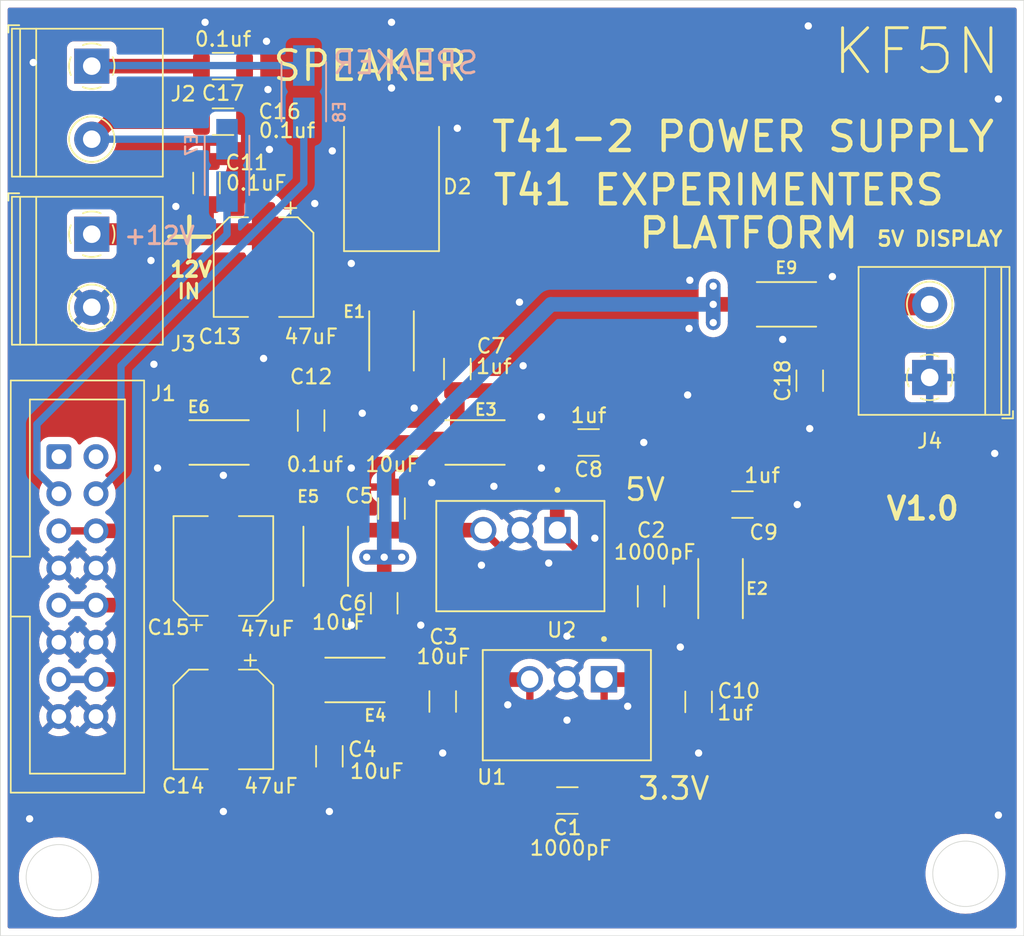
<source format=kicad_pcb>
(kicad_pcb (version 20240108) (generator "pcbnew") (generator_version "8.0")
  (layers (0 "F.Cu" signal) (31 "B.Cu" signal) (34 "B.Paste" user) (35 "F.Paste" user) (36 "B.SilkS" user "B.Silkscreen") (37 "F.SilkS" user "F.Silkscreen") (38 "B.Mask" user) (39 "F.Mask" user) (44 "Edge.Cuts" user))
  (net 0 "")
  (net 1 "Net-(U1-+VOUT)")
  (net 2 "Net-(U1-+VIN)")
  (net 3 "Net-(U2-+VIN)")
  (net 4 "Net-(U2-+VOUT)")
  (net 5 "GND")
  (net 6 "/3_3V")
  (net 7 "/5V")
  (net 8 "/12V")
  (net 10 "Net-(J1-Pin_4)")
  (net 12 "Net-(J1-Pin_3)")
  (net 13 "/12V_SAFE")
  (net 14 "/12V_OUT")
  (net 15 "Net-(J2-Pin_1)")
  (net 16 "Net-(J2-Pin_2)")
  (net 17 "Net-(J4-Pin_2)")
  (footprint "Connector_IDC:IDC-Header_2x08_P2.54mm_Vertical" (layer "F.Cu") (at 104 97.22)
    (property "Reference" "J1" (at 7.15 -4.32 0) (layer "F.SilkS"))
    (property "Value" "Conn_02x08_Odd_Even" (hide yes))
    (pad "1" thru_hole roundrect (at 0 0) (size 1.7 1.7) (drill 1) (layers "*.Cu" "*.Mask") (roundrect_rratio 0.147059))
    (pad "2" thru_hole circle (at 2.54 0) (size 1.7 1.7) (drill 1) (layers "*.Cu" "*.Mask"))
    (pad "3" thru_hole circle (at 0 2.54) (size 1.7 1.7) (drill 1) (layers "*.Cu" "*.Mask") (net 12 "Net-(J1-Pin_3)"))
    (pad "4" thru_hole circle (at 2.54 2.54) (size 1.7 1.7) (drill 1) (layers "*.Cu" "*.Mask") (net 10 "Net-(J1-Pin_4)"))
    (pad "5" thru_hole circle (at 0 5.08) (size 1.7 1.7) (drill 1) (layers "*.Cu" "*.Mask") (net 14 "/12V_OUT"))
    (pad "6" thru_hole circle (at 2.54 5.08) (size 1.7 1.7) (drill 1) (layers "*.Cu" "*.Mask") (net 14 "/12V_OUT"))
    (pad "7" thru_hole circle (at 0 7.62) (size 1.7 1.7) (drill 1) (layers "*.Cu" "*.Mask") (net 5 "GND"))
    (pad "8" thru_hole circle (at 2.54 7.62) (size 1.7 1.7) (drill 1) (layers "*.Cu" "*.Mask") (net 5 "GND"))
    (pad "9" thru_hole circle (at 0 10.16) (size 1.7 1.7) (drill 1) (layers "*.Cu" "*.Mask") (net 7 "/5V"))
    (pad "10" thru_hole circle (at 2.54 10.16) (size 1.7 1.7) (drill 1) (layers "*.Cu" "*.Mask") (net 7 "/5V"))
    (pad "11" thru_hole circle (at 0 12.7) (size 1.7 1.7) (drill 1) (layers "*.Cu" "*.Mask") (net 5 "GND"))
    (pad "12" thru_hole circle (at 2.54 12.7) (size 1.7 1.7) (drill 1) (layers "*.Cu" "*.Mask") (net 5 "GND"))
    (pad "13" thru_hole circle (at 0 15.24) (size 1.7 1.7) (drill 1) (layers "*.Cu" "*.Mask") (net 6 "/3_3V"))
    (pad "14" thru_hole circle (at 2.54 15.24) (size 1.7 1.7) (drill 1) (layers "*.Cu" "*.Mask") (net 6 "/3_3V"))
    (pad "15" thru_hole circle (at 0 17.78) (size 1.7 1.7) (drill 1) (layers "*.Cu" "*.Mask") (net 5 "GND"))
    (pad "16" thru_hole circle (at 2.54 17.78) (size 1.7 1.7) (drill 1) (layers "*.Cu" "*.Mask") (net 5 "GND"))
  )
  (footprint "Capacitor_SMD:C_1206_3216Metric" (layer "F.Cu") (at 122.5 117.725 90)
    (property "Reference" "C4" (at 0.475 2.25 0) (layer "F.SilkS"))
    (property "Value" "10uF" (at -1.025 3.25 0) (layer "F.SilkS"))
    (pad "1" smd roundrect (at -1.475 0 90) (size 1.15 1.8) (layers "F.Cu" "F.Paste" "F.Mask") (roundrect_rratio 0.217391) (net 5 "GND"))
    (pad "2" smd roundrect (at 1.475 0 90) (size 1.15 1.8) (layers "F.Cu" "F.Paste" "F.Mask") (roundrect_rratio 0.217391) (net 6 "/3_3V"))
  )
  (footprint "Capacitor_SMD:C_1206_3216Metric" (layer "F.Cu") (at 126.75 100.775 -90)
    (property "Reference" "C5" (at -0.875 2.2 180) (layer "F.SilkS"))
    (property "Value" "10uF" (at -3.025 -0.05 180) (layer "F.SilkS"))
    (pad "1" smd roundrect (at -1.475 0 270) (size 1.15 1.8) (layers "F.Cu" "F.Paste" "F.Mask") (roundrect_rratio 0.217391) (net 5 "GND"))
    (pad "2" smd roundrect (at 1.475 0 270) (size 1.15 1.8) (layers "F.Cu" "F.Paste" "F.Mask") (roundrect_rratio 0.217391) (net 4 "Net-(U2-+VOUT)"))
  )
  (footprint "Capacitor_SMD:CP_Elec_6.3x5.7" (layer "F.Cu") (at 115.25 104.7 90)
    (property "Reference" "C15" (at -4.2 -3.75 0) (layer "F.SilkS"))
    (property "Value" "47uF" (at -4.3 3 0) (layer "F.SilkS"))
    (pad "1" smd roundrect (at -2.7 0 90) (size 3.5 1.6) (layers "F.Cu" "F.Paste" "F.Mask") (roundrect_rratio 0.15625) (net 7 "/5V"))
    (pad "2" smd roundrect (at 2.7 0 90) (size 3.5 1.6) (layers "F.Cu" "F.Paste" "F.Mask") (roundrect_rratio 0.15625) (net 5 "GND"))
  )
  (footprint "Capacitor_SMD:C_1206_3216Metric" (layer "F.Cu") (at 138.775 120.75 180)
    (property "Reference" "C1" (at 0 -1.85 180) (layer "F.SilkS"))
    (property "Value" "1000pF" (at -0.225 -3.25 180) (layer "F.SilkS"))
    (pad "1" smd roundrect (at -1.475 0 180) (size 1.15 1.8) (layers "F.Cu" "F.Paste" "F.Mask") (roundrect_rratio 0.217391) (net 2 "Net-(U1-+VIN)"))
    (pad "2" smd roundrect (at 1.475 0 180) (size 1.15 1.8) (layers "F.Cu" "F.Paste" "F.Mask") (roundrect_rratio 0.217391) (net 1 "Net-(U1-+VOUT)"))
  )
  (footprint "Capacitor_SMD:C_1206_3216Metric" (layer "F.Cu") (at 115.225 74.3 180)
    (property "Reference" "C16" (at -3.875 0.7 180) (layer "F.SilkS"))
    (property "Value" "0.1uf" (at -4.375 -0.6 180) (layer "F.SilkS"))
    (pad "1" smd roundrect (at -1.475 0 180) (size 1.15 1.8) (layers "F.Cu" "F.Paste" "F.Mask") (roundrect_rratio 0.217391) (net 5 "GND"))
    (pad "2" smd roundrect (at 1.475 0 180) (size 1.15 1.8) (layers "F.Cu" "F.Paste" "F.Mask") (roundrect_rratio 0.217391) (net 16 "Net-(J2-Pin_2)"))
  )
  (footprint "Capacitor_SMD:C_1206_3216Metric" (layer "F.Cu") (at 150.75 100.5 180)
    (property "Reference" "C9" (at -1.45 -1.9 180) (layer "F.SilkS"))
    (property "Value" "1uf" (at -1.35 2 180) (layer "F.SilkS"))
    (pad "1" smd roundrect (at -1.475 0 180) (size 1.15 1.8) (layers "F.Cu" "F.Paste" "F.Mask") (roundrect_rratio 0.217391) (net 5 "GND"))
    (pad "2" smd roundrect (at 1.475 0 180) (size 1.15 1.8) (layers "F.Cu" "F.Paste" "F.Mask") (roundrect_rratio 0.217391) (net 13 "/12V_SAFE"))
  )
  (footprint "28F0121_0SR_10:FB_28F0121-0SR-10" (layer "F.Cu") (at 153.76 86.8 180)
    (property "Reference" "E9" (at 0.01 2.5 180) (layer "F.SilkS") (effects (font (size 0.8 0.8))))
    (property "Value" "28F0121-0SR-10" (hide yes))
    (pad "1" smd rect (at -1.79 0 180) (size 2.77 1.47) (layers "F.Cu" "F.Paste" "F.Mask") (net 17 "Net-(J4-Pin_2)"))
    (pad "2" smd rect (at 1.79 0 180) (size 2.77 1.47) (layers "F.Cu" "F.Paste" "F.Mask") (net 7 "/5V"))
  )
  (footprint "Diode_SMD:D_SMC" (layer "F.Cu") (at 126.75 78.25 90)
    (property "Reference" "D2" (at -0.5 4.5 0) (layer "F.SilkS"))
    (property "Value" "S10AL-TP" (hide yes))
    (pad "1" smd roundrect (at -3.4 0 180) (size 3.3 2.5) (layers "F.Cu" "F.Paste" "F.Mask") (roundrect_rratio 0.1) (net 8 "/12V"))
    (pad "2" smd roundrect (at 3.4 0 180) (size 3.3 2.5) (layers "F.Cu" "F.Paste" "F.Mask") (roundrect_rratio 0.1) (net 5 "GND"))
  )
  (footprint "28F0121_0SR_10:FB_28F0121-0SR-10" (layer "F.Cu") (at 122.25 104.04 -90)
    (property "Reference" "E5" (at -4.09 1.2 180) (layer "F.SilkS") (effects (font (size 0.8 0.8))))
    (property "Value" "28F0121-0SR-10" (hide yes))
    (pad "1" smd rect (at -1.79 0 270) (size 2.77 1.47) (layers "F.Cu" "F.Paste" "F.Mask") (net 4 "Net-(U2-+VOUT)"))
    (pad "2" smd rect (at 1.79 0 270) (size 2.77 1.47) (layers "F.Cu" "F.Paste" "F.Mask") (net 7 "/5V"))
  )
  (footprint "TerminalBlock_Philmore:TerminalBlock_Philmore_TB132_1x02_P5.00mm_Horizontal" (layer "F.Cu") (at 106.25 82 -90)
    (property "Reference" "J3" (at 7.5 -6.25 180) (layer "F.SilkS"))
    (property "Value" "Screw_Terminal_01x02" (hide yes))
    (pad "1" thru_hole rect (at 0 0 270) (size 2.4 2.4) (drill 1.2) (layers "*.Cu" "*.Mask") (net 8 "/12V"))
    (pad "2" thru_hole circle (at 5 0 270) (size 2.4 2.4) (drill 1.2) (layers "*.Cu" "*.Mask") (net 5 "GND"))
  )
  (footprint "R_78CK5_0_0_5:CONV_R-78CK5.0-0.5" (layer "F.Cu") (at 135.56 104.025 180)
    (property "Reference" "U2" (at -2.825 -5.06 180) (layer "F.SilkS"))
    (property "Value" "R-78CK5.0-0.5")
    (pad "1" thru_hole rect (at -2.54 1.775 180) (size 1.8 1.8) (drill 1.2) (layers "*.Cu" "*.Mask") (net 3 "Net-(U2-+VIN)"))
    (pad "2" thru_hole circle (at 0 1.775 180) (size 1.8 1.8) (drill 1.2) (layers "*.Cu" "*.Mask") (net 5 "GND"))
    (pad "3" thru_hole circle (at 2.54 1.775 180) (size 1.8 1.8) (drill 1.2) (layers "*.Cu" "*.Mask") (net 4 "Net-(U2-+VOUT)"))
  )
  (footprint "Capacitor_SMD:CP_Elec_6.3x5.7" (layer "F.Cu") (at 118 84.25 -90)
    (property "Reference" "C13" (at 4.75 3 180) (layer "F.SilkS"))
    (property "Value" "47uF" (at 4.75 -3.25 180) (layer "F.SilkS"))
    (pad "1" smd roundrect (at -2.7 0 270) (size 3.5 1.6) (layers "F.Cu" "F.Paste" "F.Mask") (roundrect_rratio 0.15625) (net 8 "/12V"))
    (pad "2" smd roundrect (at 2.7 0 270) (size 3.5 1.6) (layers "F.Cu" "F.Paste" "F.Mask") (roundrect_rratio 0.15625) (net 5 "GND"))
  )
  (footprint "Capacitor_SMD:CP_Elec_6.3x5.7" (layer "F.Cu") (at 115.25 115.2 -90)
    (property "Reference" "C14" (at 4.55 2.75 180) (layer "F.SilkS"))
    (property "Value" "47uF" (at 4.55 -3.25 180) (layer "F.SilkS"))
    (pad "1" smd roundrect (at -2.7 0 270) (size 3.5 1.6) (layers "F.Cu" "F.Paste" "F.Mask") (roundrect_rratio 0.15625) (net 6 "/3_3V"))
    (pad "2" smd roundrect (at 2.7 0 270) (size 3.5 1.6) (layers "F.Cu" "F.Paste" "F.Mask") (roundrect_rratio 0.15625) (net 5 "GND"))
  )
  (footprint "Capacitor_SMD:C_1206_3216Metric" (layer "F.Cu") (at 131.25 91.225 -90)
    (property "Reference" "C7" (at -1.575 -2.3 180) (layer "F.SilkS"))
    (property "Value" "1uf" (at -0.175 -2.5 180) (layer "F.SilkS"))
    (pad "1" smd roundrect (at -1.475 0 270) (size 1.15 1.8) (layers "F.Cu" "F.Paste" "F.Mask") (roundrect_rratio 0.217391) (net 5 "GND"))
    (pad "2" smd roundrect (at 1.475 0 270) (size 1.15 1.8) (layers "F.Cu" "F.Paste" "F.Mask") (roundrect_rratio 0.217391) (net 13 "/12V_SAFE"))
  )
  (footprint "Capacitor_SMD:C_1206_3216Metric" (layer "F.Cu") (at 130.25 113.975 90)
    (property "Reference" "C3" (at 4.425 0.05 0) (layer "F.SilkS"))
    (property "Value" "10uF" (at 3.075 0.05 0) (layer "F.SilkS"))
    (pad "1" smd roundrect (at -1.475 0 90) (size 1.15 1.8) (layers "F.Cu" "F.Paste" "F.Mask") (roundrect_rratio 0.217391) (net 5 "GND"))
    (pad "2" smd roundrect (at 1.475 0 90) (size 1.15 1.8) (layers "F.Cu" "F.Paste" "F.Mask") (roundrect_rratio 0.217391) (net 1 "Net-(U1-+VOUT)"))
  )
  (footprint "Capacitor_SMD:C_1206_3216Metric" (layer "F.Cu") (at 147.75 114 90)
    (property "Reference" "C10" (at 0.75 2.75 0) (layer "F.SilkS"))
    (property "Value" "1uf" (at -0.75 2.5 0) (layer "F.SilkS"))
    (pad "1" smd roundrect (at -1.475 0 90) (size 1.15 1.8) (layers "F.Cu" "F.Paste" "F.Mask") (roundrect_rratio 0.217391) (net 5 "GND"))
    (pad "2" smd roundrect (at 1.475 0 90) (size 1.15 1.8) (layers "F.Cu" "F.Paste" "F.Mask") (roundrect_rratio 0.217391) (net 2 "Net-(U1-+VIN)"))
  )
  (footprint "28F0121_0SR_10:FB_28F0121-0SR-10" (layer "F.Cu") (at 126.75 89.3 -90)
    (property "Reference" "E1" (at -2 2.55 180) (layer "F.SilkS") (effects (font (size 0.8 0.8))))
    (property "Value" "28F0121-0SR-10" (hide yes))
    (pad "1" smd rect (at -1.79 0 270) (size 2.77 1.47) (layers "F.Cu" "F.Paste" "F.Mask") (net 8 "/12V"))
    (pad "2" smd rect (at 1.79 0 270) (size 2.77 1.47) (layers "F.Cu" "F.Paste" "F.Mask") (net 13 "/12V_SAFE"))
  )
  (footprint "28F0121_0SR_10:FB_28F0121-0SR-10" (layer "F.Cu") (at 124.25 112.5 180)
    (property "Reference" "E4" (at -1.393 -2.4314 180) (layer "F.SilkS") (effects (font (size 0.8 0.8))))
    (property "Value" "28F0121-0SR-10" (hide yes))
    (pad "1" smd rect (at -1.79 0 180) (size 2.77 1.47) (layers "F.Cu" "F.Paste" "F.Mask") (net 1 "Net-(U1-+VOUT)"))
    (pad "2" smd rect (at 1.79 0 180) (size 2.77 1.47) (layers "F.Cu" "F.Paste" "F.Mask") (net 6 "/3_3V"))
  )
  (footprint "28F0121_0SR_10:FB_28F0121-0SR-10" (layer "F.Cu") (at 114.96 96.25)
    (property "Reference" "E6" (at -1.393 -2.4314 0) (layer "F.SilkS") (effects (font (size 0.8 0.8))))
    (property "Value" "28F0121-0SR-10" (hide yes))
    (pad "1" smd rect (at -1.79 0) (size 2.77 1.47) (layers "F.Cu" "F.Paste" "F.Mask") (net 14 "/12V_OUT"))
    (pad "2" smd rect (at 1.79 0) (size 2.77 1.47) (layers "F.Cu" "F.Paste" "F.Mask") (net 13 "/12V_SAFE"))
  )
  (footprint "Capacitor_SMD:C_1206_3216Metric" (layer "F.Cu") (at 114.1 78.5 -90)
    (property "Reference" "C11" (at -1.4 -2.75 180) (layer "F.SilkS"))
    (property "Value" "0.1uF" (at 0 -3.4 180) (layer "F.SilkS"))
    (pad "1" smd roundrect (at -1.475 0 270) (size 1.15 1.8) (layers "F.Cu" "F.Paste" "F.Mask") (roundrect_rratio 0.217391) (net 5 "GND"))
    (pad "2" smd roundrect (at 1.475 0 270) (size 1.15 1.8) (layers "F.Cu" "F.Paste" "F.Mask") (roundrect_rratio 0.217391) (net 8 "/12V"))
  )
  (footprint "28F0121_0SR_10:FB_28F0121-0SR-10" (layer "F.Cu") (at 132.46 96.25)
    (property "Reference" "E3" (at 0.74 -2.25 0) (layer "F.SilkS") (effects (font (size 0.8 0.8))))
    (property "Value" "28F0121-0SR-10" (hide yes))
    (pad "1" smd rect (at -1.79 0) (size 2.77 1.47) (layers "F.Cu" "F.Paste" "F.Mask") (net 13 "/12V_SAFE"))
    (pad "2" smd rect (at 1.79 0) (size 2.77 1.47) (layers "F.Cu" "F.Paste" "F.Mask") (net 3 "Net-(U2-+VIN)"))
  )
  (footprint "R_78CK5_0_0_5:CONV_R-78CK5.0-0.5" (layer "F.Cu") (at 138.74 114.225 180)
    (property "Reference" "U1" (at 5.14 -4.925 180) (layer "F.SilkS"))
    (property "Value" "R-78CK3.3-0.5")
    (pad "1" thru_hole rect (at -2.54 1.775 180) (size 1.8 1.8) (drill 1.2) (layers "*.Cu" "*.Mask") (net 2 "Net-(U1-+VIN)"))
    (pad "2" thru_hole circle (at 0 1.775 180) (size 1.8 1.8) (drill 1.2) (layers "*.Cu" "*.Mask") (net 5 "GND"))
    (pad "3" thru_hole circle (at 2.54 1.775 180) (size 1.8 1.8) (drill 1.2) (layers "*.Cu" "*.Mask") (net 1 "Net-(U1-+VOUT)"))
  )
  (footprint "Capacitor_SMD:C_1206_3216Metric" (layer "F.Cu") (at 121.25 94.75 -90)
    (property "Reference" "C12" (at -3 0 180) (layer "F.SilkS"))
    (property "Value" "0.1uf" (at 3 -0.25 180) (layer "F.SilkS"))
    (pad "1" smd roundrect (at -1.475 0 270) (size 1.15 1.8) (layers "F.Cu" "F.Paste" "F.Mask") (roundrect_rratio 0.217391) (net 5 "GND"))
    (pad "2" smd roundrect (at 1.475 0 270) (size 1.15 1.8) (layers "F.Cu" "F.Paste" "F.Mask") (roundrect_rratio 0.217391) (net 13 "/12V_SAFE"))
  )
  (footprint "Capacitor_SMD:C_1206_3216Metric" (layer "F.Cu") (at 115.225 70.5 180)
    (property "Reference" "C17" (at 0 -1.85 180) (layer "F.SilkS"))
    (property "Value" "0.1uf" (at 0 1.85 180) (layer "F.SilkS"))
    (pad "1" smd roundrect (at -1.475 0 180) (size 1.15 1.8) (layers "F.Cu" "F.Paste" "F.Mask") (roundrect_rratio 0.217391) (net 5 "GND"))
    (pad "2" smd roundrect (at 1.475 0 180) (size 1.15 1.8) (layers "F.Cu" "F.Paste" "F.Mask") (roundrect_rratio 0.217391) (net 15 "Net-(J2-Pin_1)"))
  )
  (footprint "Capacitor_SMD:C_1206_3216Metric" (layer "F.Cu") (at 155.35 92.025 90)
    (property "Reference" "C18" (at 0 -1.85 -90) (layer "F.SilkS"))
    (property "Value" "0.1uf")
    (pad "1" smd roundrect (at -1.475 0 90) (size 1.15 1.8) (layers "F.Cu" "F.Paste" "F.Mask") (roundrect_rratio 0.217391) (net 5 "GND"))
    (pad "2" smd roundrect (at 1.475 0 90) (size 1.15 1.8) (layers "F.Cu" "F.Paste" "F.Mask") (roundrect_rratio 0.217391) (net 17 "Net-(J4-Pin_2)"))
  )
  (footprint "28F0121_0SR_10:FB_28F0121-0SR-10" (layer "F.Cu") (at 149.25 106.25 -90)
    (property "Reference" "E2" (at 0 -2.5 180) (layer "F.SilkS") (effects (font (size 0.8 0.8))))
    (property "Value" "28F0121-0SR-10" (hide yes))
    (pad "1" smd rect (at -1.79 0 270) (size 2.77 1.47) (layers "F.Cu" "F.Paste" "F.Mask") (net 13 "/12V_SAFE"))
    (pad "2" smd rect (at 1.79 0 270) (size 2.77 1.47) (layers "F.Cu" "F.Paste" "F.Mask") (net 2 "Net-(U1-+VIN)"))
  )
  (footprint "Capacitor_SMD:C_1206_3216Metric" (layer "F.Cu") (at 126.25 107.25 90)
    (property "Reference" "C6" (at 0 -2.15 0) (layer "F.SilkS"))
    (property "Value" "10uF" (at -1.3 -3.1 180) (layer "F.SilkS"))
    (pad "1" smd roundrect (at -1.475 0 90) (size 1.15 1.8) (layers "F.Cu" "F.Paste" "F.Mask") (roundrect_rratio 0.217391) (net 5 "GND"))
    (pad "2" smd roundrect (at 1.475 0 90) (size 1.15 1.8) (layers "F.Cu" "F.Paste" "F.Mask") (roundrect_rratio 0.217391) (net 7 "/5V"))
  )
  (footprint "Capacitor_SMD:C_1206_3216Metric" (layer "F.Cu") (at 144.5 106.775 -90)
    (property "Reference" "C2" (at -4.525 0 180) (layer "F.SilkS"))
    (property "Value" "1000pF" (at -3.025 -0.25 180) (layer "F.SilkS"))
    (pad "1" smd roundrect (at -1.475 0 270) (size 1.15 1.8) (layers "F.Cu" "F.Paste" "F.Mask") (roundrect_rratio 0.217391) (net 3 "Net-(U2-+VIN)"))
    (pad "2" smd roundrect (at 1.475 0 270) (size 1.15 1.8) (layers "F.Cu" "F.Paste" "F.Mask") (roundrect_rratio 0.217391) (net 4 "Net-(U2-+VOUT)"))
  )
  (footprint "TerminalBlock_Philmore:TerminalBlock_Philmore_TB132_1x02_P5.00mm_Horizontal" (layer "F.Cu") (at 106.25 70.5 -90)
    (property "Reference" "J2" (at 1.9 -6.25 180) (layer "F.SilkS"))
    (property "Value" "Screw_Terminal_01x02" (hide yes))
    (pad "1" thru_hole rect (at 0 0 270) (size 2.4 2.4) (drill 1.2) (layers "*.Cu" "*.Mask") (net 15 "Net-(J2-Pin_1)"))
    (pad "2" thru_hole circle (at 5 0 270) (size 2.4 2.4) (drill 1.2) (layers "*.Cu" "*.Mask") (net 16 "Net-(J2-Pin_2)"))
  )
  (footprint "TerminalBlock_Philmore:TerminalBlock_Philmore_TB132_1x02_P5.00mm_Horizontal" (layer "F.Cu") (at 163.55 91.8 90)
    (property "Reference" "J4" (at -4.35 0 0) (layer "F.SilkS"))
    (property "Value" "Screw_Terminal_01x02" (hide yes))
    (pad "1" thru_hole rect (at 0 0 90) (size 2.4 2.4) (drill 1.2) (layers "*.Cu" "*.Mask") (net 5 "GND"))
    (pad "2" thru_hole circle (at 5 0 90) (size 2.4 2.4) (drill 1.2) (layers "*.Cu" "*.Mask") (net 17 "Net-(J4-Pin_2)"))
  )
  (footprint "Capacitor_SMD:C_1206_3216Metric" (layer "F.Cu") (at 140.225 96.25 180)
    (property "Reference" "C8" (at 0 -1.85 180) (layer "F.SilkS"))
    (property "Value" "1uf" (at 0 1.85 180) (layer "F.SilkS"))
    (pad "1" smd roundrect (at -1.475 0 180) (size 1.15 1.8) (layers "F.Cu" "F.Paste" "F.Mask") (roundrect_rratio 0.217391) (net 5 "GND"))
    (pad "2" smd roundrect (at 1.475 0 180) (size 1.15 1.8) (layers "F.Cu" "F.Paste" "F.Mask") (roundrect_rratio 0.217391) (net 3 "Net-(U2-+VIN)"))
  )
  (footprint "28F0121_0SR_10:FB_28F0121-0SR-10" (layer "B.Cu") (at 120.75 72.25 90)
    (property "Reference" "E8" (at -1.393 2.4314 -90) (layer "B.SilkS") (effects (font (size 0.8 0.8)) (justify mirror)))
    (property "Value" "28F0121-0SR-10" (hide yes))
    (pad "1" smd rect (at -1.79 0 90) (size 2.77 1.47) (layers "B.Cu" "B.Paste" "B.Mask") (net 10 "Net-(J1-Pin_4)"))
    (pad "2" smd rect (at 1.79 0 90) (size 2.77 1.47) (layers "B.Cu" "B.Paste" "B.Mask") (net 15 "Net-(J2-Pin_1)"))
  )
  (footprint "28F0121_0SR_10:FB_28F0121-0SR-10" (layer "B.Cu") (at 115.5 77.29 -90)
    (property "Reference" "E7" (at -1.393 2.4314 90) (layer "B.SilkS") (effects (font (size 0.8 0.8)) (justify mirror)))
    (property "Value" "28F0121-0SR-10" (hide yes))
    (pad "1" smd rect (at -1.79 0 270) (size 2.77 1.47) (layers "B.Cu" "B.Paste" "B.Mask") (net 16 "Net-(J2-Pin_2)"))
    (pad "2" smd rect (at 1.79 0 270) (size 2.77 1.47) (layers "B.Cu" "B.Paste" "B.Mask") (net 12 "Net-(J1-Pin_3)"))
  )
  (gr_circle (center 166 125.763933) (end 167 127.763933) (stroke (width 0.05)) (fill none) (layer "Edge.Cuts"))
  (gr_circle (center 104 126) (end 105 128) (stroke (width 0.05)) (fill none) (layer "Edge.Cuts"))
  (gr_rect (start 100 66) (end 170 130) (stroke (width 0.05)) (fill none) (layer "Edge.Cuts"))
  (gr_text "SPEAKER" (at 132.8 71.15 0) (layer "B.SilkS") (effects (font (size 1.5 1.5) (thickness 0.2)) (justify left bottom mirror)))
  (gr_text "+12V" (at 108.35 82.8 0) (layer "B.SilkS") (effects (font (size 1.2 1.2) (thickness 0.2) (bold yes)) (justify left bottom)))
  (gr_text "KF5N" (at 156.75 71.25 0) (layer "F.SilkS") (effects (font (size 3 3) (thickness 0.2) (bold yes)) (justify left bottom)))
  (gr_text "5V" (at 142.6 100.35 0) (layer "F.SilkS") (effects (font (size 1.5 1.5) (thickness 0.2) (bold yes)) (justify left bottom)))
  (gr_text "PLATFORM" (at 143.5 83.1 0) (layer "F.SilkS") (effects (font (size 2 2) (thickness 0.3) (bold yes)) (justify left bottom)))
  (gr_text "3.3V" (at 143.5 120.8 0) (layer "F.SilkS") (effects (font (size 1.5 1.5) (thickness 0.2) (bold yes)) (justify left bottom)))
  (gr_text "5V DISPLAY" (at 159.85 82.9 0) (layer "F.SilkS") (effects (font (size 1 1) (thickness 0.2) (bold yes)) (justify left bottom)))
  (gr_text "T41-2 POWER SUPPLY" (at 133.45 76.5 0) (layer "F.SilkS") (effects (font (size 2 2) (thickness 0.3) (bold yes)) (justify left bottom)))
  (gr_text "IN" (at 112 86.5 0) (layer "F.SilkS") (effects (font (size 1 1) (thickness 0.2) (bold yes)) (justify left bottom)))
  (gr_text "12V" (at 111.5 85 0) (layer "F.SilkS") (effects (font (size 1 1) (thickness 0.25) (bold yes)) (justify left bottom)))
  (gr_text "+" (at 110.5 84 0) (layer "F.SilkS") (effects (font (size 3.6 3.6) (thickness 0.3)) (justify left bottom)))
  (gr_text "SPEAKER" (at 118.5 71.65 0) (layer "F.SilkS") (effects (font (size 2 2) (thickness 0.25)) (justify left bottom)))
  (gr_text "V1.0" (at 160.45 101.65 0) (layer "F.SilkS") (effects (font (size 1.5 1.5) (thickness 0.3) (bold yes)) (justify left bottom)))
  (gr_text "T41 EXPERIMENTERS" (at 133.55 80.15 0) (layer "F.SilkS") (effects (font (size 2 2) (thickness 0.3) (bold yes)) (justify left bottom)))
  (segment (start 136.21 115.46) (end 136.21 112.475) (width 0.5) (layer "F.Cu") (net 1))
  (segment (start 136.21 112.475) (end 130.275 112.475) (width 1) (layer "F.Cu") (net 1))
  (segment (start 126.04 112.5) (end 130.25 112.5) (width 1) (layer "F.Cu") (net 1))
  (segment (start 137.3 116.55) (end 136.21 115.46) (width 0.5) (layer "F.Cu") (net 1))
  (segment (start 137.3 120.75) (end 137.3 116.55) (width 0.5) (layer "F.Cu") (net 1))
  (segment (start 130.275 112.475) (end 130.25 112.5) (width 1) (layer "F.Cu") (net 1))
  (segment (start 140.25 120.75) (end 140.25 116.75) (width 0.5) (layer "F.Cu") (net 2))
  (segment (start 140.25 116.75) (end 141.29 115.71) (width 0.5) (layer "F.Cu") (net 2))
  (segment (start 147.75 112.525) (end 149.25 111.025) (width 1) (layer "F.Cu") (net 2))
  (segment (start 147.7 112.475) (end 147.75 112.525) (width 1) (layer "F.Cu") (net 2))
  (segment (start 141.29 112.475) (end 147.7 112.475) (width 1) (layer "F.Cu") (net 2))
  (segment (start 141.29 115.71) (end 141.29 112.475) (width 0.5) (layer "F.Cu") (net 2))
  (segment (start 149.25 111.025) (end 149.25 108.04) (width 1) (layer "F.Cu") (net 2))
  (segment (start 144.5 105.3) (end 141.13 105.3) (width 0.5) (layer "F.Cu") (net 3))
  (segment (start 138.7 96.25) (end 138.75 96.2) (width 1) (layer "F.Cu") (net 3))
  (segment (start 141.13 105.3) (end 138.08 102.25) (width 0.5) (layer "F.Cu") (net 3))
  (segment (start 138.08 102.25) (end 138.08 99.42) (width 1) (layer "F.Cu") (net 3))
  (segment (start 134.25 96.25) (end 138.7 96.25) (width 1) (layer "F.Cu") (net 3))
  (segment (start 138.08 99.42) (end 138.75 98.75) (width 1) (layer "F.Cu") (net 3))
  (segment (start 138.75 98.75) (end 138.75 96.2) (width 1) (layer "F.Cu") (net 3))
  (segment (start 139 108.25) (end 133 102.25) (width 0.5) (layer "F.Cu") (net 4))
  (segment (start 144.5 108.25) (end 139 108.25) (width 0.5) (layer "F.Cu") (net 4))
  (segment (start 122.25 102.25) (end 133 102.25) (width 1) (layer "F.Cu") (net 4))
  (segment (start 117.95 87) (end 118 86.95) (width 1) (layer "F.Cu") (net 5))
  (via (at 168.25 72.75) (size 1) (drill 0.5) (layers "F.Cu" "B.Cu") (net 5))
  (via (at 124 84) (size 1) (drill 0.5) (layers "F.Cu" "B.Cu") (net 5))
  (via (at 137 98) (size 1) (drill 0.5) (layers "F.Cu" "B.Cu") (net 5))
  (via (at 118 90.5) (size 1) (drill 0.5) (layers "F.Cu" "B.Cu") (net 5))
  (via (at 131.25 74.75) (size 1) (drill 0.5) (layers "F.Cu" "B.Cu") (net 5))
  (via (at 130.25 117.5) (size 1) (drill 0.5) (layers "F.Cu" "B.Cu") (net 5))
  (via (at 118.2 68.8) (size 1) (drill 0.5) (layers "F.Cu" "B.Cu") (net 5))
  (via (at 102.25 70.25) (size 1) (drill 0.5) (layers "F.Cu" "B.Cu") (net 5))
  (via (at 122.7 76.3) (size 1) (drill 0.5) (layers "F.Cu" "B.Cu") (net 5))
  (via (at 110.75 98) (size 1) (drill 0.5) (layers "F.Cu" "B.Cu") (net 5))
  (via (at 129.5 99) (size 1) (drill 0.5) (layers "F.Cu" "B.Cu") (net 5))
  (via (at 154.5 100.5) (size 1) (drill 0.5) (layers "F.Cu" "B.Cu") (net 5))
  (via (at 124 108.75) (size 1) (drill 0.5) (layers "F.Cu" "B.Cu") (net 5))
  (via (at 112 80.1) (size 1) (drill 0.5) (layers "F.Cu" "B.Cu") (net 5))
  (via (at 153.5 89.2) (size 1) (drill 0.5) (layers "F.Cu" "B.Cu") (net 5))
  (via (at 134.7 114.2) (size 1) (drill 0.5) (layers "F.Cu" "B.Cu") (net 5))
  (via (at 168 97) (size 1) (drill 0.5) (layers "F.Cu" "B.Cu") (net 5))
  (via (at 118.4 76.2) (size 1) (drill 0.5) (layers "F.Cu" "B.Cu") (net 5))
  (via (at 140.65 102.8) (size 1) (drill 0.5) (layers "F.Cu" "B.Cu") (net 5))
  (via (at 142.9 114.3) (size 1) (drill 0.5) (layers "F.Cu" "B.Cu") (net 5))
  (via (at 137 94.5) (size 1) (drill 0.5) (layers "F.Cu" "B.Cu") (net 5))
  (via (at 144 96.25) (size 1) (drill 0.5) (layers "F.Cu" "B.Cu") (net 5))
  (via (at 126.75 72) (size 1) (drill 0.5) (layers "F.Cu" "B.Cu") (net 5))
  (via (at 138.75 115.25) (size 1) (drill 0.5) (layers "F.Cu" "B.Cu") (net 5))
  (via (at 115.25 121.5) (size 1) (drill 0.5) (layers "F.Cu" "B.Cu") (net 5))
  (via (at 147.1 88.45) (size 1) (drill 0.5) (layers "F.Cu" "B.Cu") (net 5))
  (via (at 155.25 67.75) (size 1) (drill 0.5) (layers "F.Cu" "B.Cu") (net 5))
  (via (at 168.25 121.75) (size 1) (drill 0.5) (layers "F.Cu" "B.Cu") (net 5))
  (via (at 118.3 72.1) (size 1) (drill 0.5) (layers "F.Cu" "B.Cu") (net 5))
  (via (at 146.5 110.25) (size 1) (drill 0.5) (layers "F.Cu" "B.Cu") (net 5))
  (via (at 147.15 85.15) (size 1) (drill 0.5) (layers "F.Cu" "B.Cu") (net 5))
  (via (at 124 98) (size 1) (drill 0.5) (layers "F.Cu" "B.Cu") (net 5))
  (via (at 121.5 79.9) (size 1) (drill 0.5) (layers "F.Cu" "B.Cu") (net 5))
  (via (at 133.75 99.25) (size 1) (drill 0.5) (layers "F.Cu" "B.Cu") (net 5))
  (via (at 147 93) (size 1) (drill 0.5) (layers "F.Cu" "B.Cu") (net 5))
  (via (at 115.25 98.5) (size 1) (drill 0.5) (layers "F.Cu" "B.Cu") (net 5))
  (via (at 128.75 108.75) (size 1) (drill 0.5) (layers "F.Cu" "B.Cu") (net 5))
  (via (at 128.3 93.9) (size 1) (drill 0.5) (layers "F.Cu" "B.Cu") (net 5))
  (via (at 114 67.5) (size 1) (drill 0.5) (layers "F.Cu" "B.Cu") (net 5))
  (via (at 147.75 117.5) (size 1) (drill 0.5) (layers "F.Cu" "B.Cu") (net 5))
  (via (at 137.5 104.5) (size 1) (drill 0.5) (layers "F.Cu" "B.Cu") (net 5))
  (via (at 132.9 104.65) (size 1) (drill 0.5) (layers "F.Cu" "B.Cu") (net 5))
  (via (at 102 122) (size 1) (drill 0.5) (layers "F.Cu" "B.Cu") (net 5))
  (via (at 156.9 84.9) (size 1) (drill 0.5) (layers "F.Cu" "B.Cu") (net 5))
  (via (at 138.75 109.5) (size 1) (drill 0.5) (layers "F.Cu" "B.Cu") (net 5))
  (via (at 135.5 86.65) (size 1) (drill 0.5) (layers "F.Cu" "B.Cu") (net 5))
  (via (at 122.5 121.5) (size 1) (drill 0.5) (layers "F.Cu" "B.Cu") (net 5))
  (via (at 110.3 83.8) (size 1) (drill 0.5) (layers "F.Cu" "B.Cu") (net 5))
  (via (at 135.75 91) (size 1) (drill 0.5) (layers "F.Cu" "B.Cu") (net 5))
  (via (at 110.5 90.9) (size 1) (drill 0.5) (layers "F.Cu" "B.Cu") (net 5))
  (via (at 126.75 67.5) (size 1) (drill 0.5) (layers "F.Cu" "B.Cu") (net 5))
  (via (at 155.35 95.3) (size 1) (drill 0.5) (layers "F.Cu" "B.Cu") (net 5))
  (via (at 124.75 94.25) (size 1) (drill 0.5) (layers "F.Cu" "B.Cu") (net 5))
  (segment (start 106.54 112.46) (end 115.21 112.46) (width 1) (layer "F.Cu") (net 6))
  (segment (start 122.5 112.54) (end 122.46 112.5) (width 0.5) (layer "F.Cu") (net 6))
  (segment (start 122.5 116.25) (end 122.5 112.54) (width 1) (layer "F.Cu") (net 6))
  (segment (start 115.21 112.46) (end 115.25 112.5) (width 0.5) (layer "F.Cu") (net 6))
  (segment (start 106.54 112.46) (end 104 112.46) (width 0.5) (layer "F.Cu") (net 6))
  (segment (start 115.25 112.5) (end 122.46 112.5) (width 1) (layer "F.Cu") (net 6))
  (segment (start 104 112.46) (end 106.54 112.46) (width 0.5) (layer "B.Cu") (net 6))
  (segment (start 106.54 107.38) (end 115.23 107.38) (width 1) (layer "F.Cu") (net 7))
  (segment (start 122.25 105.83) (end 126.195 105.83) (width 1) (layer "F.Cu") (net 7))
  (segment (start 126.195 105.83) (end 126.25 105.775) (width 1) (layer "F.Cu") (net 7))
  (segment (start 126.25 104.1) (end 127.45 104.1) (width 1) (layer "F.Cu") (net 7))
  (segment (start 148.75 86.8) (end 148.8 86.8) (width 1) (layer "F.Cu") (net 7))
  (segment (start 151.97 86.8) (end 148.75 86.8) (width 1) (layer "F.Cu") (net 7))
  (segment (start 126.25 105.775) (end 126.25 104.1) (width 1) (layer "F.Cu") (net 7))
  (segment (start 126.25 104.1) (end 125.05 104.1) (width 1) (layer "F.Cu") (net 7))
  (segment (start 148.75 86.8) (end 148.75 88.05) (width 1) (layer "F.Cu") (net 7))
  (segment (start 115.23 107.38) (end 115.25 107.4) (width 1) (layer "F.Cu") (net 7))
  (segment (start 148.75 86.8) (end 148.75 85.55) (width 1) (layer "F.Cu") (net 7))
  (segment (start 120.68 107.4) (end 122.25 105.83) (width 1) (layer "F.Cu") (net 7))
  (segment (start 106.54 107.38) (end 104 107.38) (width 0.5) (layer "F.Cu") (net 7))
  (segment (start 115.25 107.4) (end 120.68 107.4) (width 1) (layer "F.Cu") (net 7))
  (via (at 127.45 104.1) (size 1) (drill 0.5) (layers "F.Cu" "B.Cu") (net 7))
  (via (at 126.25 104.1) (size 1) (drill 0.5) (layers "F.Cu" "B.Cu") (net 7))
  (via (at 148.75 85.55) (size 1) (drill 0.5) (layers "F.Cu" "B.Cu") (net 7))
  (via (at 148.75 88.05) (size 1) (drill 0.5) (layers "F.Cu" "B.Cu") (net 7))
  (via (at 125.05 104.1) (size 1) (drill 0.5) (layers "F.Cu" "B.Cu") (net 7))
  (via (at 148.75 86.8) (size 1) (drill 0.5) (layers "F.Cu" "B.Cu") (net 7))
  (segment (start 148.75 86.8) (end 148.75 85.55) (width 1) (layer "B.Cu") (net 7))
  (segment (start 125.05 104.1) (end 126.25 104.1) (width 1) (layer "B.Cu") (net 7))
  (segment (start 148.75 86.8) (end 148.75 88.05) (width 1) (layer "B.Cu") (net 7))
  (segment (start 127.45 104.1) (end 126.25 104.1) (width 1) (layer "B.Cu") (net 7))
  (segment (start 104 107.38) (end 106.54 107.38) (width 0.5) (layer "B.Cu") (net 7))
  (segment (start 126.25 98.2) (end 126.25 104.1) (width 1) (layer "B.Cu") (net 7))
  (segment (start 148.75 86.8) (end 137.65 86.8) (width 1) (layer "B.Cu") (net 7))
  (segment (start 137.65 86.8) (end 126.25 98.2) (width 1) (layer "B.Cu") (net 7))
  (segment (start 114.25 82) (end 113.7 82) (width 1.5) (layer "F.Cu") (net 8))
  (segment (start 113.7 82) (end 106.25 82) (width 1.5) (layer "F.Cu") (net 8))
  (segment (start 126.65 81.55) (end 126.75 81.65) (width 1) (layer "F.Cu") (net 8))
  (segment (start 114.1 79.975) (end 114.1 81.6) (width 1) (layer "F.Cu") (net 8))
  (segment (start 117.55 82) (end 118 81.55) (width 1) (layer "F.Cu") (net 8))
  (segment (start 114.1 81.6) (end 113.7 82) (width 1) (layer "F.Cu") (net 8))
  (segment (start 126.75 81.65) (end 126.75 87.51) (width 1) (layer "F.Cu") (net 8))
  (segment (start 114.25 82) (end 117.55 82) (width 1.5) (layer "F.Cu") (net 8))
  (segment (start 118 81.55) (end 126.65 81.55) (width 1.5) (layer "F.Cu") (net 8))
  (segment (start 108.25 91) (end 120.75 78.5) (width 0.5) (layer "B.Cu") (net 10))
  (segment (start 106.54 99.76) (end 108.25 98.05) (width 0.5) (layer "B.Cu") (net 10))
  (segment (start 108.25 98.05) (end 108.25 91) (width 0.5) (layer "B.Cu") (net 10))
  (segment (start 120.75 78.5) (end 120.75 74.04) (width 0.5) (layer "B.Cu") (net 10))
  (segment (start 102.5 95) (end 115.5 82) (width 0.5) (layer "B.Cu") (net 12))
  (segment (start 115.5 82) (end 115.5 79.08) (width 0.5) (layer "B.Cu") (net 12))
  (segment (start 104 99.76) (end 102.5 98.26) (width 0.5) (layer "B.Cu") (net 12))
  (segment (start 102.5 98.26) (end 102.5 95) (width 0.5) (layer "B.Cu") (net 12))
  (segment (start 149.275 98.525) (end 149.275 100.5) (width 1) (layer "F.Cu") (net 13))
  (segment (start 121.25 96.225) (end 126.725 96.225) (width 1) (layer "F.Cu") (net 13))
  (segment (start 149.25 100.525) (end 149.275 100.5) (width 1) (layer "F.Cu") (net 13))
  (segment (start 131.25 92.7) (end 131.25 95.67) (width 1) (layer "F.Cu") (net 13))
  (segment (start 149.25 104.46) (end 149.25 100.525) (width 1) (layer "F.Cu") (net 13))
  (segment (start 126.725 96.225) (end 126.75 96.25) (width 1) (layer "F.Cu") (net 13))
  (segment (start 131.25 92.7) (end 144.2 92.7) (width 1) (layer "F.Cu") (net 13))
  (segment (start 126.75 91.09) (end 126.75 96.2) (width 1) (layer "F.Cu") (net 13))
  (segment (start 149.25 97.75) (end 149.25 98.5) (width 1) (layer "F.Cu") (net 13))
  (segment (start 116.75 96.25) (end 121.225 96.25) (width 1) (layer "F.Cu") (net 13))
  (segment (start 149.25 98.5) (end 149.275 98.525) (width 1) (layer "F.Cu") (net 13))
  (segment (start 126.75 96.2) (end 126.725 96.225) (width 1) (layer "F.Cu") (net 13))
  (segment (start 130.67 96.25) (end 126.75 96.25) (width 1) (layer "F.Cu") (net 13))
  (segment (start 144.2 92.7) (end 149.25 97.75) (width 1) (layer "F.Cu") (net 13))
  (segment (start 131.25 95.67) (end 130.67 96.25) (width 1) (layer "F.Cu") (net 13))
  (segment (start 121.225 96.25) (end 121.25 96.225) (width 1) (layer "F.Cu") (net 13))
  (segment (start 104 102.3) (end 106.54 102.3) (width 0.5) (layer "F.Cu") (net 14))
  (segment (start 109.2 102.3) (end 106.54 102.3) (width 1) (layer "F.Cu") (net 14))
  (segment (start 113.17 98.33) (end 109.2 102.3) (width 1) (layer "F.Cu") (net 14))
  (segment (start 113.17 96.25) (end 113.17 98.33) (width 1) (layer "F.Cu") (net 14))
  (segment (start 106.25 70.5) (end 113.75 70.5) (width 1) (layer "F.Cu") (net 15))
  (segment (start 120.71 70.5) (end 120.75 70.46) (width 0.5) (layer "B.Cu") (net 15))
  (segment (start 120.75 70.46) (end 106.29 70.46) (width 0.5) (layer "B.Cu") (net 15))
  (segment (start 106.29 70.46) (end 106.25 70.5) (width 0.5) (layer "B.Cu") (net 15))
  (segment (start 107.45 74.3) (end 106.25 75.5) (width 1) (layer "F.Cu") (net 16))
  (segment (start 113.75 74.3) (end 107.45 74.3) (width 1) (layer "F.Cu") (net 16))
  (segment (start 105.7 75.5) (end 105.7 75.55) (width 0.5) (layer "B.Cu") (net 16))
  (segment (start 115.5 75.5) (end 106.25 75.5) (width 0.5) (layer "B.Cu") (net 16))
  (segment (start 155.55 86.8) (end 163.55 86.8) (width 1.5) (layer "F.Cu") (net 17))
  (segment (start 155.35 87) (end 155.55 86.8) (width 1) (layer "F.Cu") (net 17))
  (segment (start 155.35 90.55) (end 155.35 87) (width 1) (layer "F.Cu") (net 17))
  (zone (net 0) (net_name "") (layer "F.Cu") (connect_pads (clearance 0)) (min_thickness 0.25)
    (keepout (tracks not_allowed) (vias not_allowed) (pads not_allowed) (copperpour not_allowed) (footprints allowed))
    (fill (thermal_gap 0.5) (thermal_bridge_width 0.5))
    (polygon (pts (xy 125.75 100) (xy 127.75 100) (xy 127.75 101.5) (xy 125.75 101.5)))
  )
  (zone (net 0) (net_name "") (layer "F.Cu") (connect_pads (clearance 0)) (min_thickness 0.25)
    (keepout (tracks not_allowed) (vias not_allowed) (pads not_allowed) (copperpour not_allowed) (footprints allowed))
    (fill (thermal_gap 0.5) (thermal_bridge_width 0.5))
    (polygon (pts (xy 139.5 95.25) (xy 141 95.25) (xy 141 97.25) (xy 139.5 97.25)))
  )
  (zone (net 0) (net_name "") (layer "F.Cu") (connect_pads (clearance 0)) (min_thickness 0.25)
    (keepout (tracks not_allowed) (vias not_allowed) (pads not_allowed) (copperpour not_allowed) (footprints allowed))
    (fill (thermal_gap 0.5) (thermal_bridge_width 0.5))
    (polygon (pts (xy 130.25 92) (xy 132.25 92) (xy 132.25 90.5) (xy 130.25 90.5)))
  )
  (zone (net 0) (net_name "") (layer "F.Cu") (connect_pads (clearance 0)) (min_thickness 0.25)
    (keepout (tracks not_allowed) (vias not_allowed) (pads not_allowed) (copperpour not_allowed) (footprints allowed))
    (fill (thermal_gap 0.5) (thermal_bridge_width 0.5))
    (polygon (pts (xy 114.5 69.5) (xy 114.5 71.5) (xy 116 71.5) (xy 116 69.5)))
  )
  (zone (net 0) (net_name "") (layer "F.Cu") (connect_pads (clearance 0)) (min_thickness 0.25)
    (keepout (tracks not_allowed) (vias not_allowed) (pads not_allowed) (copperpour not_allowed) (footprints allowed))
    (fill (thermal_gap 0.5) (thermal_bridge_width 0.5))
    (polygon (pts (xy 114.25 114.5) (xy 116.25 114.5) (xy 116.25 116) (xy 114.25 116)))
  )
  (zone (net 0) (net_name "") (layer "F.Cu") (connect_pads (clearance 0)) (min_thickness 0.25)
    (keepout (tracks not_allowed) (vias not_allowed) (pads not_allowed) (copperpour not_allowed) (footprints allowed))
    (fill (thermal_gap 0.5) (thermal_bridge_width 0.5))
    (polygon (pts (xy 154.45 91.35) (xy 156.25 91.35) (xy 156.25 92.75) (xy 154.45 92.75)))
  )
  (zone (net 0) (net_name "") (layer "F.Cu") (connect_pads (clearance 0)) (min_thickness 0.25)
    (keepout (tracks not_allowed) (vias not_allowed) (pads not_allowed) (copperpour not_allowed) (footprints allowed))
    (fill (thermal_gap 0.5) (thermal_bridge_width 0.5))
    (polygon (pts (xy 113.15 77.7) (xy 115.15 77.7) (xy 115.15 79.2) (xy 113.15 79.2)))
  )
  (zone (net 0) (net_name "") (layer "F.Cu") (connect_pads (clearance 0)) (min_thickness 0.25)
    (keepout (tracks not_allowed) (vias not_allowed) (pads not_allowed) (copperpour not_allowed) (footprints allowed))
    (fill (thermal_gap 0.5) (thermal_bridge_width 0.5))
    (polygon (pts (xy 150 101.5) (xy 150 99.5) (xy 151.5 99.5) (xy 151.5 101.5)))
  )
  (zone (net 0) (net_name "") (layer "F.Cu") (connect_pads (clearance 0)) (min_thickness 0.25)
    (keepout (tracks not_allowed) (vias not_allowed) (pads not_allowed) (copperpour not_allowed) (footprints allowed))
    (fill (thermal_gap 0.5) (thermal_bridge_width 0.5))
    (polygon (pts (xy 129.25 113.25) (xy 131.25 113.25) (xy 131.25 114.75) (xy 129.25 114.75)))
  )
  (zone (net 0) (net_name "") (layer "F.Cu") (connect_pads (clearance 0)) (min_thickness 0.25)
    (keepout (tracks not_allowed) (vias not_allowed) (pads not_allowed) (copperpour not_allowed) (footprints allowed))
    (fill (thermal_gap 0.5) (thermal_bridge_width 0.5))
    (polygon (pts (xy 114.5 75.3) (xy 114.5 73.3) (xy 116 73.3) (xy 116 75.3)))
  )
  (zone (net 0) (net_name "") (layer "F.Cu") (connect_pads (clearance 0)) (min_thickness 0.25)
    (keepout (tracks not_allowed) (vias not_allowed) (pads not_allowed) (copperpour not_allowed) (footprints allowed))
    (fill (thermal_gap 0.5) (thermal_bridge_width 0.5))
    (polygon (pts (xy 146.75 113.25) (xy 148.75 113.25) (xy 148.75 114.75) (xy 146.75 114.75)))
  )
  (zone (net 0) (net_name "") (layer "F.Cu") (connect_pads (clearance 0)) (min_thickness 0.25)
    (keepout (tracks not_allowed) (vias not_allowed) (pads not_allowed) (copperpour not_allowed) (footprints allowed))
    (fill (thermal_gap 0.5) (thermal_bridge_width 0.5))
    (polygon (pts (xy 114.25 104) (xy 116.25 104) (xy 116.25 105.5) (xy 114.25 105.5)))
  )
  (zone (net 0) (net_name "") (layer "F.Cu") (connect_pads (clearance 0)) (min_thickness 0.25)
    (keepout (tracks not_allowed) (vias not_allowed) (pads not_allowed) (copperpour not_allowed) (footprints allowed))
    (fill (thermal_gap 0.5) (thermal_bridge_width 0.5))
    (polygon (pts (xy 121.5 117) (xy 123.5 117) (xy 123.5 118.5) (xy 121.5 118.5)))
  )
  (zone (net 0) (net_name "") (layer "F.Cu") (connect_pads (clearance 0)) (min_thickness 0.25)
    (keepout (tracks not_allowed) (vias not_allowed) (pads not_allowed) (copperpour not_allowed) (footprints allowed))
    (fill (thermal_gap 0.5) (thermal_bridge_width 0.5))
    (polygon (pts (xy 125.25 106.5) (xy 127.25 106.5) (xy 127.25 108) (xy 125.25 108)))
  )
  (zone (net 0) (net_name "") (layer "F.Cu") (connect_pads (clearance 0)) (min_thickness 0.25)
    (keepout (tracks not_allowed) (vias not_allowed) (pads not_allowed) (copperpour not_allowed) (footprints allowed))
    (fill (thermal_gap 0.5) (thermal_bridge_width 0.5))
    (polygon (pts (xy 120.25 94) (xy 122.25 94) (xy 122.25 95.5) (xy 120.25 95.5)))
  )
  (zone (net 0) (net_name "") (layer "F.Cu") (connect_pads (clearance 0)) (min_thickness 0.25)
    (keepout (tracks not_allowed) (vias not_allowed) (pads not_allowed) (copperpour not_allowed) (footprints allowed))
    (fill (thermal_gap 0.5) (thermal_bridge_width 0.5))
    (polygon (pts (xy 125 80.25) (xy 125 76.5) (xy 128.5 76.5) (xy 128.5 80.25)))
  )
  (zone (net 0) (net_name "") (layer "F.Cu") (connect_pads (clearance 0)) (min_thickness 0.25)
    (keepout (tracks not_allowed) (vias not_allowed) (pads not_allowed) (copperpour not_allowed) (footprints allowed))
    (fill (thermal_gap 0.5) (thermal_bridge_width 0.5))
    (polygon (pts (xy 117 83.5) (xy 119 83.5) (xy 119 85) (xy 117 85)))
  )
  (zone (net 5) (net_name "GND") (layer "F.Cu") (connect_pads (clearance 0.5)) (min_thickness 0.25) (fill yes (thermal_gap 0.5) (thermal_bridge_width 0.5))
    (polygon (pts (xy 100 130) (xy 100 66) (xy 170 66) (xy 170 130)))
  )
  (zone (net 5) (net_name "GND") (layer "B.Cu") (priority 1) (connect_pads (clearance 0.5)) (min_thickness 0.25) (fill yes (thermal_gap 0.5) (thermal_bridge_width 0.5))
    (polygon (pts (xy 100 130) (xy 100 66) (xy 170 66) (xy 170 130)))
  )
)
</source>
